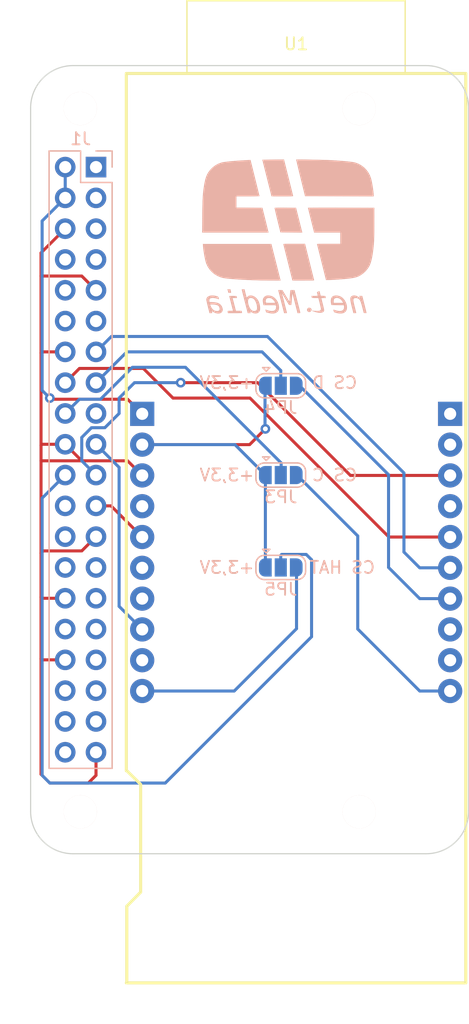
<source format=kicad_pcb>
(kicad_pcb (version 20171130) (host pcbnew 5.1.10)

  (general
    (thickness 1.6)
    (drawings 14)
    (tracks 113)
    (zones 0)
    (modules 7)
    (nets 46)
  )

  (page A4)
  (title_block
    (title "ESP32-PoE TF Zero HAT Adapter")
    (date 2021-09-06)
    (rev 1)
    (company "net.Media SR e.U.")
  )

  (layers
    (0 F.Cu signal)
    (31 B.Cu signal)
    (32 B.Adhes user)
    (33 F.Adhes user)
    (34 B.Paste user)
    (35 F.Paste user)
    (36 B.SilkS user)
    (37 F.SilkS user)
    (38 B.Mask user)
    (39 F.Mask user)
    (40 Dwgs.User user)
    (41 Cmts.User user)
    (42 Eco1.User user)
    (43 Eco2.User user)
    (44 Edge.Cuts user)
    (45 Margin user)
    (46 B.CrtYd user)
    (47 F.CrtYd user)
    (48 B.Fab user)
    (49 F.Fab user)
  )

  (setup
    (last_trace_width 0.25)
    (trace_clearance 0.2)
    (zone_clearance 0.508)
    (zone_45_only no)
    (trace_min 0.2)
    (via_size 0.8)
    (via_drill 0.4)
    (via_min_size 0.4)
    (via_min_drill 0.3)
    (uvia_size 0.3)
    (uvia_drill 0.1)
    (uvias_allowed no)
    (uvia_min_size 0.2)
    (uvia_min_drill 0.1)
    (edge_width 0.05)
    (segment_width 0.2)
    (pcb_text_width 0.3)
    (pcb_text_size 1.5 1.5)
    (mod_edge_width 0.12)
    (mod_text_size 1 1)
    (mod_text_width 0.15)
    (pad_size 1.524 1.524)
    (pad_drill 0.762)
    (pad_to_mask_clearance 0)
    (aux_axis_origin 0 0)
    (visible_elements FFFFFF7F)
    (pcbplotparams
      (layerselection 0x010fc_ffffffff)
      (usegerberextensions false)
      (usegerberattributes true)
      (usegerberadvancedattributes true)
      (creategerberjobfile true)
      (excludeedgelayer true)
      (linewidth 0.100000)
      (plotframeref false)
      (viasonmask false)
      (mode 1)
      (useauxorigin false)
      (hpglpennumber 1)
      (hpglpenspeed 20)
      (hpglpendiameter 15.000000)
      (psnegative false)
      (psa4output false)
      (plotreference true)
      (plotvalue true)
      (plotinvisibletext false)
      (padsonsilk false)
      (subtractmaskfromsilk false)
      (outputformat 1)
      (mirror false)
      (drillshape 1)
      (scaleselection 1)
      (outputdirectory ""))
  )

  (net 0 "")
  (net 1 GND)
  (net 2 "Net-(J1-Pad37)")
  (net 3 "Net-(J1-Pad32)")
  (net 4 "Net-(J1-Pad31)")
  (net 5 "Net-(J1-Pad29)")
  (net 6 "Net-(J1-Pad28)")
  (net 7 "Net-(J1-Pad27)")
  (net 8 "Net-(J1-Pad26)")
  (net 9 "Net-(J1-Pad24)")
  (net 10 "Net-(J1-Pad22)")
  (net 11 "Net-(J1-Pad18)")
  (net 12 "Net-(J1-Pad17)")
  (net 13 "Net-(J1-Pad15)")
  (net 14 "Net-(J1-Pad12)")
  (net 15 "Net-(J1-Pad11)")
  (net 16 "Net-(J1-Pad10)")
  (net 17 "Net-(J1-Pad8)")
  (net 18 "Net-(J1-Pad7)")
  (net 19 "Net-(J1-Pad5)")
  (net 20 +5V)
  (net 21 "Net-(J1-Pad3)")
  (net 22 "Net-(J1-Pad1)")
  (net 23 "Net-(U1-Pad7)")
  (net 24 "Net-(U1-Pad9)")
  (net 25 "Net-(U1-Pad4)")
  (net 26 "Net-(U1-Pad19)")
  (net 27 "Net-(U1-Pad18)")
  (net 28 "Net-(U1-Pad14)")
  (net 29 "Net-(U1-Pad12)")
  (net 30 "Net-(U1-Pad11)")
  (net 31 CLK)
  (net 32 MOSI)
  (net 33 MISO)
  (net 34 +3V3)
  (net 35 CS_A)
  (net 36 CS_B)
  (net 37 CS_C)
  (net 38 CS_D)
  (net 39 CS_E)
  (net 40 "Net-(U1-Pad6)")
  (net 41 "Net-(J1-Pad40)")
  (net 42 "Net-(J1-Pad38)")
  (net 43 "Net-(J1-Pad36)")
  (net 44 "Net-(J1-Pad35)")
  (net 45 "Net-(J1-Pad33)")

  (net_class Default "This is the default net class."
    (clearance 0.2)
    (trace_width 0.25)
    (via_dia 0.8)
    (via_drill 0.4)
    (uvia_dia 0.3)
    (uvia_drill 0.1)
    (add_net +3V3)
    (add_net +5V)
    (add_net CLK)
    (add_net CS_A)
    (add_net CS_B)
    (add_net CS_C)
    (add_net CS_D)
    (add_net CS_E)
    (add_net GND)
    (add_net MISO)
    (add_net MOSI)
    (add_net "Net-(J1-Pad1)")
    (add_net "Net-(J1-Pad10)")
    (add_net "Net-(J1-Pad11)")
    (add_net "Net-(J1-Pad12)")
    (add_net "Net-(J1-Pad15)")
    (add_net "Net-(J1-Pad17)")
    (add_net "Net-(J1-Pad18)")
    (add_net "Net-(J1-Pad22)")
    (add_net "Net-(J1-Pad24)")
    (add_net "Net-(J1-Pad26)")
    (add_net "Net-(J1-Pad27)")
    (add_net "Net-(J1-Pad28)")
    (add_net "Net-(J1-Pad29)")
    (add_net "Net-(J1-Pad3)")
    (add_net "Net-(J1-Pad31)")
    (add_net "Net-(J1-Pad32)")
    (add_net "Net-(J1-Pad33)")
    (add_net "Net-(J1-Pad35)")
    (add_net "Net-(J1-Pad36)")
    (add_net "Net-(J1-Pad37)")
    (add_net "Net-(J1-Pad38)")
    (add_net "Net-(J1-Pad40)")
    (add_net "Net-(J1-Pad5)")
    (add_net "Net-(J1-Pad7)")
    (add_net "Net-(J1-Pad8)")
    (add_net "Net-(U1-Pad11)")
    (add_net "Net-(U1-Pad12)")
    (add_net "Net-(U1-Pad14)")
    (add_net "Net-(U1-Pad18)")
    (add_net "Net-(U1-Pad19)")
    (add_net "Net-(U1-Pad4)")
    (add_net "Net-(U1-Pad6)")
    (add_net "Net-(U1-Pad7)")
    (add_net "Net-(U1-Pad9)")
  )

  (module Jumper:SolderJumper-3_P1.3mm_Open_RoundedPad1.0x1.5mm (layer B.Cu) (tedit 5B391EB7) (tstamp 613B467A)
    (at 191.77 99.06)
    (descr "SMD Solder 3-pad Jumper, 1x1.5mm rounded Pads, 0.3mm gap, open")
    (tags "solder jumper open")
    (path /6139118B)
    (attr virtual)
    (fp_text reference JP5 (at 0 1.8) (layer B.SilkS)
      (effects (font (size 1 1) (thickness 0.15)) (justify mirror))
    )
    (fp_text value "CS E" (at 0 -1.9) (layer B.Fab)
      (effects (font (size 1 1) (thickness 0.15)) (justify mirror))
    )
    (fp_arc (start -1.35 0.3) (end -1.35 1) (angle 90) (layer B.SilkS) (width 0.12))
    (fp_arc (start -1.35 -0.3) (end -2.05 -0.3) (angle 90) (layer B.SilkS) (width 0.12))
    (fp_arc (start 1.35 -0.3) (end 1.35 -1) (angle 90) (layer B.SilkS) (width 0.12))
    (fp_arc (start 1.35 0.3) (end 2.05 0.3) (angle 90) (layer B.SilkS) (width 0.12))
    (fp_line (start -1.2 -1.2) (end -0.9 -1.5) (layer B.SilkS) (width 0.12))
    (fp_line (start -1.5 -1.5) (end -0.9 -1.5) (layer B.SilkS) (width 0.12))
    (fp_line (start -1.2 -1.2) (end -1.5 -1.5) (layer B.SilkS) (width 0.12))
    (fp_line (start -2.05 -0.3) (end -2.05 0.3) (layer B.SilkS) (width 0.12))
    (fp_line (start 1.4 -1) (end -1.4 -1) (layer B.SilkS) (width 0.12))
    (fp_line (start 2.05 0.3) (end 2.05 -0.3) (layer B.SilkS) (width 0.12))
    (fp_line (start -1.4 1) (end 1.4 1) (layer B.SilkS) (width 0.12))
    (fp_line (start -2.3 1.25) (end 2.3 1.25) (layer B.CrtYd) (width 0.05))
    (fp_line (start -2.3 1.25) (end -2.3 -1.25) (layer B.CrtYd) (width 0.05))
    (fp_line (start 2.3 -1.25) (end 2.3 1.25) (layer B.CrtYd) (width 0.05))
    (fp_line (start 2.3 -1.25) (end -2.3 -1.25) (layer B.CrtYd) (width 0.05))
    (pad 2 smd rect (at 0 0) (size 1 1.5) (layers B.Cu B.Mask)
      (net 10 "Net-(J1-Pad22)"))
    (pad 3 smd custom (at 1.3 0) (size 1 0.5) (layers B.Cu B.Mask)
      (net 39 CS_E) (zone_connect 2)
      (options (clearance outline) (anchor rect))
      (primitives
        (gr_circle (center 0 -0.25) (end 0.5 -0.25) (width 0))
        (gr_circle (center 0 0.25) (end 0.5 0.25) (width 0))
        (gr_poly (pts
           (xy -0.55 0.75) (xy 0 0.75) (xy 0 -0.75) (xy -0.55 -0.75)) (width 0))
      ))
    (pad 1 smd custom (at -1.3 0) (size 1 0.5) (layers B.Cu B.Mask)
      (net 34 +3V3) (zone_connect 2)
      (options (clearance outline) (anchor rect))
      (primitives
        (gr_circle (center 0 -0.25) (end 0.5 -0.25) (width 0))
        (gr_circle (center 0 0.25) (end 0.5 0.25) (width 0))
        (gr_poly (pts
           (xy 0.55 0.75) (xy 0 0.75) (xy 0 -0.75) (xy 0.55 -0.75)) (width 0))
      ))
  )

  (module Jumper:SolderJumper-3_P1.3mm_Open_RoundedPad1.0x1.5mm (layer B.Cu) (tedit 5B391EB7) (tstamp 613B4664)
    (at 191.77 84.074)
    (descr "SMD Solder 3-pad Jumper, 1x1.5mm rounded Pads, 0.3mm gap, open")
    (tags "solder jumper open")
    (path /61386BEF)
    (attr virtual)
    (fp_text reference JP4 (at 0 1.8) (layer B.SilkS)
      (effects (font (size 1 1) (thickness 0.15)) (justify mirror))
    )
    (fp_text value "CS D" (at 0 -1.9) (layer B.Fab)
      (effects (font (size 1 1) (thickness 0.15)) (justify mirror))
    )
    (fp_arc (start -1.35 0.3) (end -1.35 1) (angle 90) (layer B.SilkS) (width 0.12))
    (fp_arc (start -1.35 -0.3) (end -2.05 -0.3) (angle 90) (layer B.SilkS) (width 0.12))
    (fp_arc (start 1.35 -0.3) (end 1.35 -1) (angle 90) (layer B.SilkS) (width 0.12))
    (fp_arc (start 1.35 0.3) (end 2.05 0.3) (angle 90) (layer B.SilkS) (width 0.12))
    (fp_line (start -1.2 -1.2) (end -0.9 -1.5) (layer B.SilkS) (width 0.12))
    (fp_line (start -1.5 -1.5) (end -0.9 -1.5) (layer B.SilkS) (width 0.12))
    (fp_line (start -1.2 -1.2) (end -1.5 -1.5) (layer B.SilkS) (width 0.12))
    (fp_line (start -2.05 -0.3) (end -2.05 0.3) (layer B.SilkS) (width 0.12))
    (fp_line (start 1.4 -1) (end -1.4 -1) (layer B.SilkS) (width 0.12))
    (fp_line (start 2.05 0.3) (end 2.05 -0.3) (layer B.SilkS) (width 0.12))
    (fp_line (start -1.4 1) (end 1.4 1) (layer B.SilkS) (width 0.12))
    (fp_line (start -2.3 1.25) (end 2.3 1.25) (layer B.CrtYd) (width 0.05))
    (fp_line (start -2.3 1.25) (end -2.3 -1.25) (layer B.CrtYd) (width 0.05))
    (fp_line (start 2.3 -1.25) (end 2.3 1.25) (layer B.CrtYd) (width 0.05))
    (fp_line (start 2.3 -1.25) (end -2.3 -1.25) (layer B.CrtYd) (width 0.05))
    (pad 2 smd rect (at 0 0) (size 1 1.5) (layers B.Cu B.Mask)
      (net 13 "Net-(J1-Pad15)"))
    (pad 3 smd custom (at 1.3 0) (size 1 0.5) (layers B.Cu B.Mask)
      (net 38 CS_D) (zone_connect 2)
      (options (clearance outline) (anchor rect))
      (primitives
        (gr_circle (center 0 -0.25) (end 0.5 -0.25) (width 0))
        (gr_circle (center 0 0.25) (end 0.5 0.25) (width 0))
        (gr_poly (pts
           (xy -0.55 0.75) (xy 0 0.75) (xy 0 -0.75) (xy -0.55 -0.75)) (width 0))
      ))
    (pad 1 smd custom (at -1.3 0) (size 1 0.5) (layers B.Cu B.Mask)
      (net 34 +3V3) (zone_connect 2)
      (options (clearance outline) (anchor rect))
      (primitives
        (gr_circle (center 0 -0.25) (end 0.5 -0.25) (width 0))
        (gr_circle (center 0 0.25) (end 0.5 0.25) (width 0))
        (gr_poly (pts
           (xy 0.55 0.75) (xy 0 0.75) (xy 0 -0.75) (xy 0.55 -0.75)) (width 0))
      ))
  )

  (module Jumper:SolderJumper-3_P1.3mm_Open_RoundedPad1.0x1.5mm (layer B.Cu) (tedit 5B391EB7) (tstamp 613B464E)
    (at 191.77 91.44)
    (descr "SMD Solder 3-pad Jumper, 1x1.5mm rounded Pads, 0.3mm gap, open")
    (tags "solder jumper open")
    (path /6138613C)
    (attr virtual)
    (fp_text reference JP3 (at 0 1.8) (layer B.SilkS)
      (effects (font (size 1 1) (thickness 0.15)) (justify mirror))
    )
    (fp_text value "CS C" (at 0 -1.9) (layer B.Fab)
      (effects (font (size 1 1) (thickness 0.15)) (justify mirror))
    )
    (fp_arc (start -1.35 0.3) (end -1.35 1) (angle 90) (layer B.SilkS) (width 0.12))
    (fp_arc (start -1.35 -0.3) (end -2.05 -0.3) (angle 90) (layer B.SilkS) (width 0.12))
    (fp_arc (start 1.35 -0.3) (end 1.35 -1) (angle 90) (layer B.SilkS) (width 0.12))
    (fp_arc (start 1.35 0.3) (end 2.05 0.3) (angle 90) (layer B.SilkS) (width 0.12))
    (fp_line (start -1.2 -1.2) (end -0.9 -1.5) (layer B.SilkS) (width 0.12))
    (fp_line (start -1.5 -1.5) (end -0.9 -1.5) (layer B.SilkS) (width 0.12))
    (fp_line (start -1.2 -1.2) (end -1.5 -1.5) (layer B.SilkS) (width 0.12))
    (fp_line (start -2.05 -0.3) (end -2.05 0.3) (layer B.SilkS) (width 0.12))
    (fp_line (start 1.4 -1) (end -1.4 -1) (layer B.SilkS) (width 0.12))
    (fp_line (start 2.05 0.3) (end 2.05 -0.3) (layer B.SilkS) (width 0.12))
    (fp_line (start -1.4 1) (end 1.4 1) (layer B.SilkS) (width 0.12))
    (fp_line (start -2.3 1.25) (end 2.3 1.25) (layer B.CrtYd) (width 0.05))
    (fp_line (start -2.3 1.25) (end -2.3 -1.25) (layer B.CrtYd) (width 0.05))
    (fp_line (start 2.3 -1.25) (end 2.3 1.25) (layer B.CrtYd) (width 0.05))
    (fp_line (start 2.3 -1.25) (end -2.3 -1.25) (layer B.CrtYd) (width 0.05))
    (pad 2 smd rect (at 0 0) (size 1 1.5) (layers B.Cu B.Mask)
      (net 11 "Net-(J1-Pad18)"))
    (pad 3 smd custom (at 1.3 0) (size 1 0.5) (layers B.Cu B.Mask)
      (net 37 CS_C) (zone_connect 2)
      (options (clearance outline) (anchor rect))
      (primitives
        (gr_circle (center 0 -0.25) (end 0.5 -0.25) (width 0))
        (gr_circle (center 0 0.25) (end 0.5 0.25) (width 0))
        (gr_poly (pts
           (xy -0.55 0.75) (xy 0 0.75) (xy 0 -0.75) (xy -0.55 -0.75)) (width 0))
      ))
    (pad 1 smd custom (at -1.3 0) (size 1 0.5) (layers B.Cu B.Mask)
      (net 34 +3V3) (zone_connect 2)
      (options (clearance outline) (anchor rect))
      (primitives
        (gr_circle (center 0 -0.25) (end 0.5 -0.25) (width 0))
        (gr_circle (center 0 0.25) (end 0.5 0.25) (width 0))
        (gr_poly (pts
           (xy 0.55 0.75) (xy 0 0.75) (xy 0 -0.75) (xy 0.55 -0.75)) (width 0))
      ))
  )

  (module Connector_PinHeader_2.54mm:PinHeader_2x20_P2.54mm_Vertical (layer B.Cu) (tedit 59FED5CC) (tstamp 6136C575)
    (at 176.53 66.04 180)
    (descr "Through hole straight pin header, 2x20, 2.54mm pitch, double rows")
    (tags "Through hole pin header THT 2x20 2.54mm double row")
    (path /6136C324)
    (fp_text reference J1 (at 1.27 2.33) (layer B.SilkS)
      (effects (font (size 1 1) (thickness 0.15)) (justify mirror))
    )
    (fp_text value Raspberry_Pi_2_3 (at 1.27 -50.59) (layer B.Fab)
      (effects (font (size 1 1) (thickness 0.15)) (justify mirror))
    )
    (fp_line (start 0 1.27) (end 3.81 1.27) (layer B.Fab) (width 0.1))
    (fp_line (start 3.81 1.27) (end 3.81 -49.53) (layer B.Fab) (width 0.1))
    (fp_line (start 3.81 -49.53) (end -1.27 -49.53) (layer B.Fab) (width 0.1))
    (fp_line (start -1.27 -49.53) (end -1.27 0) (layer B.Fab) (width 0.1))
    (fp_line (start -1.27 0) (end 0 1.27) (layer B.Fab) (width 0.1))
    (fp_line (start -1.33 -49.59) (end 3.87 -49.59) (layer B.SilkS) (width 0.12))
    (fp_line (start -1.33 -1.27) (end -1.33 -49.59) (layer B.SilkS) (width 0.12))
    (fp_line (start 3.87 1.33) (end 3.87 -49.59) (layer B.SilkS) (width 0.12))
    (fp_line (start -1.33 -1.27) (end 1.27 -1.27) (layer B.SilkS) (width 0.12))
    (fp_line (start 1.27 -1.27) (end 1.27 1.33) (layer B.SilkS) (width 0.12))
    (fp_line (start 1.27 1.33) (end 3.87 1.33) (layer B.SilkS) (width 0.12))
    (fp_line (start -1.33 0) (end -1.33 1.33) (layer B.SilkS) (width 0.12))
    (fp_line (start -1.33 1.33) (end 0 1.33) (layer B.SilkS) (width 0.12))
    (fp_line (start -1.8 1.8) (end -1.8 -50.05) (layer B.CrtYd) (width 0.05))
    (fp_line (start -1.8 -50.05) (end 4.35 -50.05) (layer B.CrtYd) (width 0.05))
    (fp_line (start 4.35 -50.05) (end 4.35 1.8) (layer B.CrtYd) (width 0.05))
    (fp_line (start 4.35 1.8) (end -1.8 1.8) (layer B.CrtYd) (width 0.05))
    (fp_text user %R (at 1.27 -24.13 270) (layer B.Fab)
      (effects (font (size 1 1) (thickness 0.15)) (justify mirror))
    )
    (pad 40 thru_hole oval (at 2.54 -48.26 180) (size 1.7 1.7) (drill 1) (layers *.Cu *.Mask)
      (net 41 "Net-(J1-Pad40)"))
    (pad 39 thru_hole oval (at 0 -48.26 180) (size 1.7 1.7) (drill 1) (layers *.Cu *.Mask)
      (net 1 GND))
    (pad 38 thru_hole oval (at 2.54 -45.72 180) (size 1.7 1.7) (drill 1) (layers *.Cu *.Mask)
      (net 42 "Net-(J1-Pad38)"))
    (pad 37 thru_hole oval (at 0 -45.72 180) (size 1.7 1.7) (drill 1) (layers *.Cu *.Mask)
      (net 2 "Net-(J1-Pad37)"))
    (pad 36 thru_hole oval (at 2.54 -43.18 180) (size 1.7 1.7) (drill 1) (layers *.Cu *.Mask)
      (net 43 "Net-(J1-Pad36)"))
    (pad 35 thru_hole oval (at 0 -43.18 180) (size 1.7 1.7) (drill 1) (layers *.Cu *.Mask)
      (net 44 "Net-(J1-Pad35)"))
    (pad 34 thru_hole oval (at 2.54 -40.64 180) (size 1.7 1.7) (drill 1) (layers *.Cu *.Mask)
      (net 1 GND))
    (pad 33 thru_hole oval (at 0 -40.64 180) (size 1.7 1.7) (drill 1) (layers *.Cu *.Mask)
      (net 45 "Net-(J1-Pad33)"))
    (pad 32 thru_hole oval (at 2.54 -38.1 180) (size 1.7 1.7) (drill 1) (layers *.Cu *.Mask)
      (net 3 "Net-(J1-Pad32)"))
    (pad 31 thru_hole oval (at 0 -38.1 180) (size 1.7 1.7) (drill 1) (layers *.Cu *.Mask)
      (net 4 "Net-(J1-Pad31)"))
    (pad 30 thru_hole oval (at 2.54 -35.56 180) (size 1.7 1.7) (drill 1) (layers *.Cu *.Mask)
      (net 1 GND))
    (pad 29 thru_hole oval (at 0 -35.56 180) (size 1.7 1.7) (drill 1) (layers *.Cu *.Mask)
      (net 5 "Net-(J1-Pad29)"))
    (pad 28 thru_hole oval (at 2.54 -33.02 180) (size 1.7 1.7) (drill 1) (layers *.Cu *.Mask)
      (net 6 "Net-(J1-Pad28)"))
    (pad 27 thru_hole oval (at 0 -33.02 180) (size 1.7 1.7) (drill 1) (layers *.Cu *.Mask)
      (net 7 "Net-(J1-Pad27)"))
    (pad 26 thru_hole oval (at 2.54 -30.48 180) (size 1.7 1.7) (drill 1) (layers *.Cu *.Mask)
      (net 8 "Net-(J1-Pad26)"))
    (pad 25 thru_hole oval (at 0 -30.48 180) (size 1.7 1.7) (drill 1) (layers *.Cu *.Mask)
      (net 1 GND))
    (pad 24 thru_hole oval (at 2.54 -27.94 180) (size 1.7 1.7) (drill 1) (layers *.Cu *.Mask)
      (net 9 "Net-(J1-Pad24)"))
    (pad 23 thru_hole oval (at 0 -27.94 180) (size 1.7 1.7) (drill 1) (layers *.Cu *.Mask)
      (net 31 CLK))
    (pad 22 thru_hole oval (at 2.54 -25.4 180) (size 1.7 1.7) (drill 1) (layers *.Cu *.Mask)
      (net 10 "Net-(J1-Pad22)"))
    (pad 21 thru_hole oval (at 0 -25.4 180) (size 1.7 1.7) (drill 1) (layers *.Cu *.Mask)
      (net 33 MISO))
    (pad 20 thru_hole oval (at 2.54 -22.86 180) (size 1.7 1.7) (drill 1) (layers *.Cu *.Mask)
      (net 1 GND))
    (pad 19 thru_hole oval (at 0 -22.86 180) (size 1.7 1.7) (drill 1) (layers *.Cu *.Mask)
      (net 32 MOSI))
    (pad 18 thru_hole oval (at 2.54 -20.32 180) (size 1.7 1.7) (drill 1) (layers *.Cu *.Mask)
      (net 11 "Net-(J1-Pad18)"))
    (pad 17 thru_hole oval (at 0 -20.32 180) (size 1.7 1.7) (drill 1) (layers *.Cu *.Mask)
      (net 12 "Net-(J1-Pad17)"))
    (pad 16 thru_hole oval (at 2.54 -17.78 180) (size 1.7 1.7) (drill 1) (layers *.Cu *.Mask)
      (net 36 CS_B))
    (pad 15 thru_hole oval (at 0 -17.78 180) (size 1.7 1.7) (drill 1) (layers *.Cu *.Mask)
      (net 13 "Net-(J1-Pad15)"))
    (pad 14 thru_hole oval (at 2.54 -15.24 180) (size 1.7 1.7) (drill 1) (layers *.Cu *.Mask)
      (net 1 GND))
    (pad 13 thru_hole oval (at 0 -15.24 180) (size 1.7 1.7) (drill 1) (layers *.Cu *.Mask)
      (net 35 CS_A))
    (pad 12 thru_hole oval (at 2.54 -12.7 180) (size 1.7 1.7) (drill 1) (layers *.Cu *.Mask)
      (net 14 "Net-(J1-Pad12)"))
    (pad 11 thru_hole oval (at 0 -12.7 180) (size 1.7 1.7) (drill 1) (layers *.Cu *.Mask)
      (net 15 "Net-(J1-Pad11)"))
    (pad 10 thru_hole oval (at 2.54 -10.16 180) (size 1.7 1.7) (drill 1) (layers *.Cu *.Mask)
      (net 16 "Net-(J1-Pad10)"))
    (pad 9 thru_hole oval (at 0 -10.16 180) (size 1.7 1.7) (drill 1) (layers *.Cu *.Mask)
      (net 1 GND))
    (pad 8 thru_hole oval (at 2.54 -7.62 180) (size 1.7 1.7) (drill 1) (layers *.Cu *.Mask)
      (net 17 "Net-(J1-Pad8)"))
    (pad 7 thru_hole oval (at 0 -7.62 180) (size 1.7 1.7) (drill 1) (layers *.Cu *.Mask)
      (net 18 "Net-(J1-Pad7)"))
    (pad 6 thru_hole oval (at 2.54 -5.08 180) (size 1.7 1.7) (drill 1) (layers *.Cu *.Mask)
      (net 1 GND))
    (pad 5 thru_hole oval (at 0 -5.08 180) (size 1.7 1.7) (drill 1) (layers *.Cu *.Mask)
      (net 19 "Net-(J1-Pad5)"))
    (pad 4 thru_hole oval (at 2.54 -2.54 180) (size 1.7 1.7) (drill 1) (layers *.Cu *.Mask)
      (net 20 +5V))
    (pad 3 thru_hole oval (at 0 -2.54 180) (size 1.7 1.7) (drill 1) (layers *.Cu *.Mask)
      (net 21 "Net-(J1-Pad3)"))
    (pad 2 thru_hole oval (at 2.54 0 180) (size 1.7 1.7) (drill 1) (layers *.Cu *.Mask)
      (net 20 +5V))
    (pad 1 thru_hole rect (at 0 0 180) (size 1.7 1.7) (drill 1) (layers *.Cu *.Mask)
      (net 22 "Net-(J1-Pad1)"))
    (model ${KISYS3DMOD}/Connector_PinHeader_2.54mm.3dshapes/PinHeader_2x20_P2.54mm_Vertical.wrl
      (at (xyz 0 0 0))
      (scale (xyz 1 1 1))
      (rotate (xyz 0 0 0))
    )
  )

  (module "#netMediaOnline:NetMedia15mm" (layer B.Cu) (tedit 0) (tstamp 613B3F19)
    (at 192.405 71.755 180)
    (fp_text reference G*** (at 0 0) (layer B.SilkS) hide
      (effects (font (size 1.524 1.524) (thickness 0.3)) (justify mirror))
    )
    (fp_text value LOGO (at 0.75 0) (layer B.SilkS) hide
      (effects (font (size 1.524 1.524) (thickness 0.3)) (justify mirror))
    )
    (fp_poly (pts (xy 1.259416 6.332106) (xy 1.448982 6.330455) (xy 1.624935 6.328743) (xy 1.782875 6.327027)
      (xy 1.9184 6.325364) (xy 2.027111 6.323808) (xy 2.104606 6.322417) (xy 2.146484 6.321245)
      (xy 2.15273 6.320737) (xy 2.148376 6.300083) (xy 2.134418 6.241617) (xy 2.111658 6.148561)
      (xy 2.0809 6.024136) (xy 2.042948 5.871565) (xy 1.998603 5.69407) (xy 1.94867 5.494872)
      (xy 1.893952 5.277193) (xy 1.835252 5.044255) (xy 1.777255 4.814631) (xy 1.715478 4.570247)
      (xy 1.656815 4.338072) (xy 1.602081 4.121332) (xy 1.552088 3.923253) (xy 1.507651 3.74706)
      (xy 1.469581 3.595981) (xy 1.438693 3.473241) (xy 1.415799 3.382067) (xy 1.401714 3.325684)
      (xy 1.397233 3.307292) (xy 1.376744 3.306165) (xy 1.318296 3.30512) (xy 1.226263 3.304183)
      (xy 1.10502 3.30338) (xy 0.95894 3.302737) (xy 0.792398 3.30228) (xy 0.609767 3.302035)
      (xy 0.508 3.302) (xy 0.290434 3.30209) (xy 0.111467 3.302461) (xy -0.032636 3.303271)
      (xy -0.14561 3.304675) (xy -0.23119 3.306829) (xy -0.293111 3.309889) (xy -0.335107 3.314012)
      (xy -0.360912 3.319352) (xy -0.374262 3.326067) (xy -0.378892 3.334311) (xy -0.379104 3.339042)
      (xy -0.373724 3.365211) (xy -0.358772 3.429074) (xy -0.335073 3.527292) (xy -0.303456 3.656522)
      (xy -0.264745 3.813423) (xy -0.219768 3.994655) (xy -0.169351 4.196876) (xy -0.114321 4.416744)
      (xy -0.055505 4.650919) (xy -0.003395 4.85775) (xy 0.370416 6.339417) (xy 1.259416 6.332106)) (layer B.SilkS) (width 0.01))
    (fp_poly (pts (xy -0.729108 6.341481) (xy -0.664587 6.340463) (xy -0.637763 6.338462) (xy -0.637333 6.338222)
      (xy -0.640559 6.316477) (xy -0.653206 6.256885) (xy -0.674504 6.162685) (xy -0.703684 6.037119)
      (xy -0.739975 5.883427) (xy -0.782609 5.70485) (xy -0.830816 5.504628) (xy -0.883825 5.286002)
      (xy -0.940869 5.052213) (xy -0.997816 4.820158) (xy -1.368788 3.312584) (xy -4.198061 3.307215)
      (xy -7.027334 3.301847) (xy -7.027334 3.393095) (xy -7.022901 3.495977) (xy -7.010498 3.631481)
      (xy -6.991473 3.790934) (xy -6.967172 3.965663) (xy -6.938941 4.146994) (xy -6.908126 4.326254)
      (xy -6.876073 4.49477) (xy -6.84413 4.643868) (xy -6.815334 4.758825) (xy -6.720747 5.022956)
      (xy -6.590602 5.267445) (xy -6.428082 5.489111) (xy -6.236371 5.684775) (xy -6.018652 5.851254)
      (xy -5.778109 5.985369) (xy -5.517924 6.083939) (xy -5.47769 6.095382) (xy -5.38783 6.114905)
      (xy -5.25942 6.135456) (xy -5.096221 6.156683) (xy -4.901994 6.178231) (xy -4.680498 6.199748)
      (xy -4.435495 6.220878) (xy -4.170747 6.241269) (xy -3.890012 6.260566) (xy -3.597053 6.278417)
      (xy -3.439584 6.287092) (xy -3.346688 6.291305) (xy -3.223869 6.295769) (xy -3.075351 6.300407)
      (xy -2.905362 6.305143) (xy -2.718128 6.309899) (xy -2.517875 6.314597) (xy -2.308829 6.319162)
      (xy -2.095218 6.323515) (xy -1.881267 6.32758) (xy -1.671202 6.331279) (xy -1.46925 6.334536)
      (xy -1.279638 6.337273) (xy -1.106591 6.339413) (xy -0.954336 6.340879) (xy -0.8271 6.341595)
      (xy -0.729108 6.341481)) (layer B.SilkS) (width 0.01))
    (fp_poly (pts (xy 3.318057 6.293425) (xy 3.676455 6.273689) (xy 4.012072 6.252659) (xy 4.322519 6.230561)
      (xy 4.605407 6.20762) (xy 4.858348 6.184062) (xy 5.078953 6.160111) (xy 5.264834 6.135994)
      (xy 5.413604 6.111936) (xy 5.522873 6.088163) (xy 5.538534 6.083824) (xy 5.794373 5.990308)
      (xy 6.026786 5.863765) (xy 6.240741 5.70116) (xy 6.372465 5.574486) (xy 6.489127 5.443814)
      (xy 6.589595 5.310678) (xy 6.675877 5.169898) (xy 6.749982 5.016295) (xy 6.813919 4.844689)
      (xy 6.869695 4.649901) (xy 6.919318 4.426752) (xy 6.964798 4.170063) (xy 6.995087 3.96875)
      (xy 7.01425 3.827269) (xy 7.030947 3.688275) (xy 7.04538 3.54753) (xy 7.057751 3.400794)
      (xy 7.068262 3.243828) (xy 7.077116 3.072391) (xy 7.084515 2.882246) (xy 7.090661 2.669151)
      (xy 7.095757 2.428867) (xy 7.100006 2.157156) (xy 7.103608 1.849776) (xy 7.105457 1.656292)
      (xy 7.117414 0.3175) (xy 1.647636 0.3175) (xy 1.662553 0.385418) (xy 1.670603 0.419495)
      (xy 1.687759 0.49023) (xy 1.712931 0.593193) (xy 1.745031 0.723954) (xy 1.78297 0.878083)
      (xy 1.825659 1.05115) (xy 1.872009 1.238725) (xy 1.913583 1.40671) (xy 2.149696 2.360084)
      (xy 3.223264 2.365569) (xy 4.296833 2.371055) (xy 4.296833 3.302) (xy 3.344333 3.302)
      (xy 3.148102 3.302361) (xy 2.965502 3.303392) (xy 2.800759 3.30502) (xy 2.658096 3.30717)
      (xy 2.541738 3.309768) (xy 2.455909 3.312739) (xy 2.404833 3.31601) (xy 2.391833 3.318771)
      (xy 2.396786 3.340914) (xy 2.410984 3.400122) (xy 2.43343 3.492383) (xy 2.463132 3.613685)
      (xy 2.499095 3.760016) (xy 2.540324 3.927365) (xy 2.585826 4.11172) (xy 2.634604 4.309068)
      (xy 2.685666 4.515399) (xy 2.738017 4.7267) (xy 2.790662 4.93896) (xy 2.842608 5.148166)
      (xy 2.892859 5.350308) (xy 2.940421 5.541372) (xy 2.9843 5.717348) (xy 3.023502 5.874223)
      (xy 3.057032 6.007986) (xy 3.083895 6.114625) (xy 3.103098 6.190128) (xy 3.112417 6.225938)
      (xy 3.13303 6.30296) (xy 3.318057 6.293425)) (layer B.SilkS) (width 0.01))
    (fp_poly (pts (xy 0.774476 2.36574) (xy 0.909877 2.364352) (xy 1.018527 2.362337) (xy 1.095931 2.35975)
      (xy 1.137595 2.356643) (xy 1.143542 2.35503) (xy 1.141348 2.331889) (xy 1.129797 2.271694)
      (xy 1.10981 2.178457) (xy 1.082304 2.056192) (xy 1.048199 1.908912) (xy 1.008414 1.740629)
      (xy 0.963867 1.555358) (xy 0.915477 1.35711) (xy 0.909667 1.3335) (xy 0.662073 0.328084)
      (xy -0.23804 0.322567) (xy -1.138152 0.31705) (xy -0.881285 1.338567) (xy -0.624417 2.360084)
      (xy 0.252703 2.365614) (xy 0.441395 2.366425) (xy 0.616817 2.366449) (xy 0.774476 2.36574)) (layer B.SilkS) (width 0.01))
    (fp_poly (pts (xy -2.805327 2.366553) (xy -2.553141 2.366262) (xy -2.325319 2.365813) (xy -2.124352 2.365211)
      (xy -1.952733 2.364461) (xy -1.812955 2.363569) (xy -1.70751 2.362538) (xy -1.638891 2.361376)
      (xy -1.609591 2.360086) (xy -1.608667 2.3598) (xy -1.613606 2.338141) (xy -1.627615 2.280291)
      (xy -1.649481 2.191124) (xy -1.677988 2.075514) (xy -1.711926 1.938336) (xy -1.750079 1.784464)
      (xy -1.791235 1.618773) (xy -1.834179 1.446135) (xy -1.8777 1.271427) (xy -1.920582 1.099522)
      (xy -1.961613 0.935294) (xy -1.99958 0.783617) (xy -2.033268 0.649367) (xy -2.061465 0.537417)
      (xy -2.082957 0.452641) (xy -2.09653 0.399914) (xy -2.09733 0.396875) (xy -2.118299 0.3175)
      (xy -4.275667 0.3175) (xy -4.275667 -0.613833) (xy -3.311157 -0.613833) (xy -3.083879 -0.613909)
      (xy -2.895381 -0.614229) (xy -2.742111 -0.614932) (xy -2.620517 -0.616155) (xy -2.527045 -0.618037)
      (xy -2.458143 -0.620714) (xy -2.410259 -0.624327) (xy -2.37984 -0.629011) (xy -2.363334 -0.634907)
      (xy -2.357187 -0.642151) (xy -2.357846 -0.650875) (xy -2.36472 -0.677116) (xy -2.380988 -0.741055)
      (xy -2.405803 -0.839313) (xy -2.438317 -0.968512) (xy -2.477682 -1.125273) (xy -2.52305 -1.306219)
      (xy -2.573573 -1.50797) (xy -2.628404 -1.727148) (xy -2.686694 -1.960376) (xy -2.732332 -2.143125)
      (xy -3.095621 -3.598333) (xy -3.309936 -3.595292) (xy -3.422732 -3.59251) (xy -3.558289 -3.587395)
      (xy -3.697147 -3.580753) (xy -3.788834 -3.57544) (xy -4.118591 -3.553553) (xy -4.409279 -3.532115)
      (xy -4.66415 -3.510678) (xy -4.88646 -3.488789) (xy -5.079463 -3.465998) (xy -5.246411 -3.441856)
      (xy -5.39056 -3.41591) (xy -5.515163 -3.387711) (xy -5.623474 -3.356807) (xy -5.718748 -3.322749)
      (xy -5.769944 -3.30109) (xy -5.983825 -3.184434) (xy -6.188829 -3.033083) (xy -6.377016 -2.854665)
      (xy -6.540448 -2.656807) (xy -6.671185 -2.447138) (xy -6.683279 -2.423583) (xy -6.758261 -2.246885)
      (xy -6.826363 -2.029022) (xy -6.887609 -1.769874) (xy -6.942022 -1.469325) (xy -6.989626 -1.127257)
      (xy -7.030443 -0.743552) (xy -7.041628 -0.617246) (xy -7.049722 -0.512023) (xy -7.056601 -0.399782)
      (xy -7.062354 -0.276359) (xy -7.067072 -0.137588) (xy -7.070845 0.020694) (xy -7.073765 0.202653)
      (xy -7.075923 0.412452) (xy -7.077407 0.654258) (xy -7.078311 0.932233) (xy -7.078564 1.0795)
      (xy -7.08025 2.360084) (xy -4.344459 2.365455) (xy -4.007847 2.366032) (xy -3.683136 2.366426)
      (xy -3.372817 2.36664) (xy -3.079383 2.366681) (xy -2.805327 2.366553)) (layer B.SilkS) (width 0.01))
    (fp_poly (pts (xy 7.052565 -0.719666) (xy 7.038661 -0.891336) (xy 7.01696 -1.08186) (xy 6.988885 -1.283337)
      (xy 6.955858 -1.487864) (xy 6.919304 -1.687539) (xy 6.880644 -1.874461) (xy 6.841301 -2.040728)
      (xy 6.802699 -2.178436) (xy 6.775876 -2.256208) (xy 6.65726 -2.504278) (xy 6.504038 -2.731428)
      (xy 6.320141 -2.93426) (xy 6.1095 -3.109375) (xy 5.876046 -3.253376) (xy 5.62371 -3.362864)
      (xy 5.430932 -3.418793) (xy 5.312944 -3.441356) (xy 5.156386 -3.463706) (xy 4.96502 -3.485635)
      (xy 4.742608 -3.506937) (xy 4.492915 -3.527404) (xy 4.219703 -3.546828) (xy 3.926734 -3.565001)
      (xy 3.617772 -3.581715) (xy 3.296579 -3.596764) (xy 2.966918 -3.60994) (xy 2.632552 -3.621035)
      (xy 2.297244 -3.629841) (xy 1.964756 -3.636151) (xy 1.638851 -3.639757) (xy 1.411193 -3.640562)
      (xy 0.652803 -3.640666) (xy 0.665859 -3.581221) (xy 0.673123 -3.551183) (xy 0.689902 -3.483555)
      (xy 0.715328 -3.381789) (xy 0.748536 -3.249336) (xy 0.788656 -3.089646) (xy 0.834821 -2.90617)
      (xy 0.886164 -2.702359) (xy 0.941818 -2.481665) (xy 1.000914 -2.247538) (xy 1.044979 -2.073096)
      (xy 1.411042 -0.624416) (xy 7.058253 -0.624416) (xy 7.052565 -0.719666)) (layer B.SilkS) (width 0.01))
    (fp_poly (pts (xy -0.250881 -0.613917) (xy -0.070928 -0.614273) (xy 0.074063 -0.615053) (xy 0.187777 -0.616412)
      (xy 0.273899 -0.618503) (xy 0.336114 -0.62148) (xy 0.378109 -0.625497) (xy 0.403569 -0.630707)
      (xy 0.416178 -0.637264) (xy 0.419622 -0.645321) (xy 0.418839 -0.650875) (xy 0.412268 -0.677074)
      (xy 0.396281 -0.740994) (xy 0.371716 -0.839282) (xy 0.339409 -0.968588) (xy 0.300198 -1.125558)
      (xy 0.254921 -1.306841) (xy 0.204414 -1.509084) (xy 0.149515 -1.728936) (xy 0.091061 -1.963044)
      (xy 0.040816 -2.164291) (xy -0.327775 -3.640666) (xy -1.22469 -3.640666) (xy -1.443177 -3.640582)
      (xy -1.623016 -3.640226) (xy -1.767895 -3.639445) (xy -1.8815 -3.638085) (xy -1.967516 -3.635992)
      (xy -2.029631 -3.633012) (xy -2.071529 -3.628991) (xy -2.096899 -3.623776) (xy -2.109425 -3.617211)
      (xy -2.112794 -3.609145) (xy -2.111981 -3.603625) (xy -2.105391 -3.577421) (xy -2.089412 -3.513491)
      (xy -2.064879 -3.415187) (xy -2.032629 -3.285862) (xy -1.993496 -3.128868) (xy -1.948317 -2.947559)
      (xy -1.897927 -2.745288) (xy -1.843161 -2.525407) (xy -1.784856 -2.29127) (xy -1.734795 -2.090208)
      (xy -1.367234 -0.613833) (xy -0.469482 -0.613833) (xy -0.250881 -0.613917)) (layer B.SilkS) (width 0.01))
    (fp_poly (pts (xy 5.016433 -4.418541) (xy 4.998748 -4.477255) (xy 4.978795 -4.549732) (xy 4.974385 -4.566708)
      (xy 4.951368 -4.656666) (xy 4.849878 -4.656666) (xy 4.788183 -4.654539) (xy 4.746273 -4.649136)
      (xy 4.737288 -4.645566) (xy 4.736217 -4.620904) (xy 4.744151 -4.56706) (xy 4.758983 -4.497399)
      (xy 4.791779 -4.360333) (xy 5.035464 -4.360333) (xy 5.016433 -4.418541)) (layer B.SilkS) (width 0.01))
    (fp_poly (pts (xy -1.635749 -5.894839) (xy -1.579288 -5.937509) (xy -1.542672 -5.997443) (xy -1.53078 -6.066568)
      (xy -1.548494 -6.136808) (xy -1.600693 -6.200088) (xy -1.602563 -6.201575) (xy -1.679764 -6.239689)
      (xy -1.758227 -6.236256) (xy -1.833307 -6.191649) (xy -1.843129 -6.182294) (xy -1.893347 -6.108238)
      (xy -1.904468 -6.032138) (xy -1.878049 -5.962239) (xy -1.815644 -5.906791) (xy -1.788687 -5.893595)
      (xy -1.707176 -5.87751) (xy -1.635749 -5.894839)) (layer B.SilkS) (width 0.01))
    (fp_poly (pts (xy -2.531169 -4.517747) (xy -2.488005 -4.535746) (xy -2.435231 -4.559854) (xy -2.386949 -4.583616)
      (xy -2.357265 -4.600573) (xy -2.356381 -4.601234) (xy -2.358871 -4.621541) (xy -2.369052 -4.671558)
      (xy -2.382509 -4.730924) (xy -2.39843 -4.802481) (xy -2.409382 -4.859074) (xy -2.41267 -4.884208)
      (xy -2.401085 -4.896098) (xy -2.362775 -4.90413) (xy -2.292929 -4.9088) (xy -2.186737 -4.910604)
      (xy -2.156355 -4.910666) (xy -1.899709 -4.910666) (xy -1.912938 -4.976812) (xy -1.922241 -5.02871)
      (xy -1.926167 -5.061305) (xy -1.926167 -5.061479) (xy -1.946012 -5.068417) (xy -2.000267 -5.074171)
      (xy -2.081015 -5.0782) (xy -2.180338 -5.079964) (xy -2.197208 -5.08) (xy -2.468249 -5.08)
      (xy -2.580242 -5.520215) (xy -2.61319 -5.653291) (xy -2.641608 -5.774956) (xy -2.664036 -5.87838)
      (xy -2.679016 -5.956734) (xy -2.685088 -6.003187) (xy -2.684909 -6.010216) (xy -2.663366 -6.056755)
      (xy -2.621048 -6.101997) (xy -2.617823 -6.104459) (xy -2.586409 -6.124267) (xy -2.549702 -6.137154)
      (xy -2.498309 -6.144505) (xy -2.422835 -6.147705) (xy -2.32149 -6.148168) (xy -2.215805 -6.146451)
      (xy -2.116912 -6.142403) (xy -2.037845 -6.136685) (xy -2.00025 -6.131858) (xy -1.950915 -6.125161)
      (xy -1.940591 -6.130053) (xy -1.967796 -6.145778) (xy -2.03105 -6.171578) (xy -2.128871 -6.206696)
      (xy -2.182064 -6.224765) (xy -2.348723 -6.271188) (xy -2.50627 -6.297087) (xy -2.6465 -6.301747)
      (xy -2.761205 -6.284453) (xy -2.783417 -6.277182) (xy -2.874223 -6.227726) (xy -2.927417 -6.161366)
      (xy -2.942167 -6.091485) (xy -2.93707 -6.052874) (xy -2.922805 -5.980206) (xy -2.900907 -5.880381)
      (xy -2.872914 -5.760302) (xy -2.840361 -5.626867) (xy -2.82575 -5.568703) (xy -2.792108 -5.4353)
      (xy -2.762277 -5.315814) (xy -2.737744 -5.216293) (xy -2.719993 -5.142787) (xy -2.710512 -5.101347)
      (xy -2.709334 -5.094622) (xy -2.728889 -5.088057) (xy -2.781125 -5.083019) (xy -2.856393 -5.080279)
      (xy -2.891896 -5.08) (xy -3.074459 -5.08) (xy -3.06123 -5.013854) (xy -3.051937 -4.962249)
      (xy -3.048001 -4.930189) (xy -3.048 -4.929981) (xy -3.028388 -4.921661) (xy -2.975761 -4.91401)
      (xy -2.899437 -4.908162) (xy -2.852209 -4.906169) (xy -2.656417 -4.900083) (xy -2.606775 -4.709583)
      (xy -2.58449 -4.625897) (xy -2.565873 -4.559372) (xy -2.553612 -4.519449) (xy -2.550618 -4.512315)
      (xy -2.531169 -4.517747)) (layer B.SilkS) (width 0.01))
    (fp_poly (pts (xy 4.713181 -4.911051) (xy 4.794347 -4.91274) (xy 4.845496 -4.916534) (xy 4.872786 -4.923233)
      (xy 4.882372 -4.933639) (xy 4.880683 -4.947708) (xy 4.872432 -4.97757) (xy 4.855206 -5.042591)
      (xy 4.830529 -5.136919) (xy 4.799929 -5.254704) (xy 4.764929 -5.390094) (xy 4.730327 -5.5245)
      (xy 4.692653 -5.670874) (xy 4.65801 -5.805) (xy 4.627919 -5.921029) (xy 4.603901 -6.013108)
      (xy 4.587476 -6.075388) (xy 4.580394 -6.101291) (xy 4.578964 -6.117788) (xy 4.591321 -6.128528)
      (xy 4.624421 -6.134723) (xy 4.685216 -6.137585) (xy 4.780663 -6.138328) (xy 4.792823 -6.138333)
      (xy 4.895216 -6.138672) (xy 4.961855 -6.142279) (xy 4.999316 -6.153041) (xy 5.014175 -6.174842)
      (xy 5.013008 -6.211568) (xy 5.00327 -6.262687) (xy 4.990041 -6.328833) (xy 4.410604 -6.328833)
      (xy 4.258949 -6.328278) (xy 4.122123 -6.326711) (xy 4.005543 -6.324282) (xy 3.914622 -6.321138)
      (xy 3.854774 -6.317427) (xy 3.831415 -6.313299) (xy 3.831284 -6.312958) (xy 3.836586 -6.283908)
      (xy 3.849572 -6.231897) (xy 3.853446 -6.217708) (xy 3.875489 -6.138333) (xy 4.337534 -6.138333)
      (xy 4.358609 -6.058958) (xy 4.370078 -6.015126) (xy 4.390187 -5.937611) (xy 4.417044 -5.833735)
      (xy 4.448758 -5.710817) (xy 4.483436 -5.576177) (xy 4.49537 -5.529791) (xy 4.611057 -5.08)
      (xy 4.251136 -5.08) (xy 4.26589 -5.011208) (xy 4.278677 -4.959293) (xy 4.289531 -4.927366)
      (xy 4.289988 -4.926541) (xy 4.313395 -4.920819) (xy 4.371241 -4.916013) (xy 4.455633 -4.912534)
      (xy 4.55868 -4.910791) (xy 4.595842 -4.910666) (xy 4.713181 -4.911051)) (layer B.SilkS) (width 0.01))
    (fp_poly (pts (xy 0.811713 -4.427671) (xy 0.836068 -4.434784) (xy 0.84137 -4.448824) (xy 0.838983 -4.459991)
      (xy 0.831455 -4.488215) (xy 0.814616 -4.552889) (xy 0.789642 -4.64945) (xy 0.757709 -4.773334)
      (xy 0.719993 -4.919977) (xy 0.677669 -5.084816) (xy 0.631913 -5.263287) (xy 0.613802 -5.334)
      (xy 0.56656 -5.518459) (xy 0.521908 -5.692725) (xy 0.481094 -5.851937) (xy 0.445364 -5.991235)
      (xy 0.415965 -6.105759) (xy 0.394145 -6.190646) (xy 0.381149 -6.241038) (xy 0.37896 -6.249458)
      (xy 0.358201 -6.328833) (xy 0.2426 -6.328833) (xy 0.179088 -6.326536) (xy 0.1371 -6.320617)
      (xy 0.127 -6.314963) (xy 0.132084 -6.292127) (xy 0.146412 -6.233724) (xy 0.168595 -6.145167)
      (xy 0.197242 -6.031863) (xy 0.230965 -5.899224) (xy 0.268375 -5.752661) (xy 0.308083 -5.597582)
      (xy 0.348699 -5.439399) (xy 0.388834 -5.283522) (xy 0.427099 -5.135361) (xy 0.462105 -5.000327)
      (xy 0.492463 -4.883829) (xy 0.516783 -4.791278) (xy 0.533676 -4.728084) (xy 0.541754 -4.699657)
      (xy 0.541758 -4.699645) (xy 0.546482 -4.683874) (xy 0.544752 -4.680539) (xy 0.534525 -4.69287)
      (xy 0.513754 -4.724097) (xy 0.480395 -4.777451) (xy 0.432404 -4.856162) (xy 0.367736 -4.963461)
      (xy 0.284345 -5.102579) (xy 0.243541 -5.17078) (xy -0.043968 -5.6515) (xy -0.23024 -5.6515)
      (xy -0.24211 -5.561541) (xy -0.247679 -5.510884) (xy -0.255658 -5.426996) (xy -0.265247 -5.318859)
      (xy -0.275643 -5.195452) (xy -0.283804 -5.094282) (xy -0.293872 -4.972564) (xy -0.30352 -4.866156)
      (xy -0.312055 -4.78196) (xy -0.318781 -4.726877) (xy -0.322712 -4.707899) (xy -0.329758 -4.725659)
      (xy -0.346033 -4.780162) (xy -0.370377 -4.867115) (xy -0.401627 -4.982223) (xy -0.438622 -5.121192)
      (xy -0.480201 -5.279727) (xy -0.525203 -5.453534) (xy -0.540687 -5.513825) (xy -0.749579 -6.328833)
      (xy -0.861623 -6.328833) (xy -0.927946 -6.326539) (xy -0.961582 -6.317534) (xy -0.972032 -6.298633)
      (xy -0.972127 -6.291791) (xy -0.966615 -6.264112) (xy -0.951468 -6.19982) (xy -0.927776 -6.10325)
      (xy -0.896629 -5.978743) (xy -0.859117 -5.830634) (xy -0.816331 -5.663263) (xy -0.769362 -5.480966)
      (xy -0.734002 -5.344583) (xy -0.497417 -4.434416) (xy -0.340718 -4.428132) (xy -0.262624 -4.427216)
      (xy -0.201542 -4.430612) (xy -0.169326 -4.437596) (xy -0.16789 -4.438715) (xy -0.1615 -4.463992)
      (xy -0.152833 -4.525021) (xy -0.142603 -4.615324) (xy -0.131526 -4.728426) (xy -0.120318 -4.85785)
      (xy -0.116943 -4.900083) (xy -0.106317 -5.033473) (xy -0.096475 -5.152792) (xy -0.087983 -5.251503)
      (xy -0.081409 -5.323071) (xy -0.077319 -5.360959) (xy -0.076652 -5.364814) (xy -0.06483 -5.352951)
      (xy -0.034312 -5.309171) (xy 0.012022 -5.237979) (xy 0.071292 -5.143879) (xy 0.140617 -5.031379)
      (xy 0.214267 -4.909731) (xy 0.499715 -4.434416) (xy 0.674897 -4.428241) (xy 0.760568 -4.425989)
      (xy 0.811713 -4.427671)) (layer B.SilkS) (width 0.01))
    (fp_poly (pts (xy -5.356554 -4.87399) (xy -5.254951 -4.902455) (xy -5.17367 -4.959657) (xy -5.14265 -4.999351)
      (xy -5.119385 -5.050019) (xy -5.106829 -5.114381) (xy -5.105453 -5.19661) (xy -5.115726 -5.30088)
      (xy -5.138118 -5.431363) (xy -5.173099 -5.592233) (xy -5.221137 -5.787662) (xy -5.239265 -5.857875)
      (xy -5.361981 -6.328833) (xy -5.474991 -6.328833) (xy -5.537681 -6.325826) (xy -5.578717 -6.318091)
      (xy -5.588 -6.311054) (xy -5.582916 -6.286153) (xy -5.568694 -6.226508) (xy -5.546879 -6.138337)
      (xy -5.519016 -6.02786) (xy -5.486651 -5.901295) (xy -5.473597 -5.850679) (xy -5.427104 -5.667707)
      (xy -5.391981 -5.520645) (xy -5.367735 -5.404765) (xy -5.353871 -5.315341) (xy -5.349895 -5.247644)
      (xy -5.355315 -5.196947) (xy -5.369635 -5.158524) (xy -5.392363 -5.127647) (xy -5.3975 -5.122333)
      (xy -5.455084 -5.09108) (xy -5.536868 -5.079385) (xy -5.629519 -5.087225) (xy -5.719705 -5.114579)
      (xy -5.737294 -5.122908) (xy -5.790567 -5.153967) (xy -5.836808 -5.191479) (xy -5.878037 -5.239888)
      (xy -5.916274 -5.303641) (xy -5.953539 -5.387184) (xy -5.991851 -5.494961) (xy -6.033231 -5.631418)
      (xy -6.079699 -5.801001) (xy -6.12532 -5.976924) (xy -6.212417 -6.31825) (xy -6.323542 -6.324647)
      (xy -6.385743 -6.325306) (xy -6.426479 -6.320145) (xy -6.435575 -6.314064) (xy -6.430769 -6.290207)
      (xy -6.416706 -6.230207) (xy -6.394585 -6.138945) (xy -6.365607 -6.021297) (xy -6.330972 -5.882145)
      (xy -6.291878 -5.726367) (xy -6.26095 -5.603913) (xy -6.085417 -4.910744) (xy -5.96578 -4.910705)
      (xy -5.846144 -4.910666) (xy -5.904542 -5.10471) (xy -5.83035 -5.039568) (xy -5.715374 -4.957053)
      (xy -5.593556 -4.901686) (xy -5.471685 -4.873867) (xy -5.356554 -4.87399)) (layer B.SilkS) (width 0.01))
    (fp_poly (pts (xy 6.429785 -4.884676) (xy 6.556496 -4.920072) (xy 6.657325 -4.978386) (xy 6.728862 -5.05843)
      (xy 6.767697 -5.159016) (xy 6.773877 -5.222195) (xy 6.768978 -5.258396) (xy 6.754913 -5.329318)
      (xy 6.733093 -5.428688) (xy 6.704929 -5.550236) (xy 6.671832 -5.687691) (xy 6.642735 -5.804958)
      (xy 6.51105 -6.328833) (xy 6.398775 -6.328833) (xy 6.329341 -6.326253) (xy 6.295157 -6.312301)
      (xy 6.289206 -6.277658) (xy 6.304469 -6.213007) (xy 6.306414 -6.206198) (xy 6.326329 -6.136758)
      (xy 6.244597 -6.201491) (xy 6.119502 -6.280481) (xy 5.980084 -6.334821) (xy 5.838188 -6.361403)
      (xy 5.705655 -6.357122) (xy 5.675266 -6.350839) (xy 5.566855 -6.304822) (xy 5.486213 -6.230813)
      (xy 5.437664 -6.134792) (xy 5.425533 -6.022738) (xy 5.426114 -6.01596) (xy 5.674546 -6.01596)
      (xy 5.685954 -6.060054) (xy 5.716862 -6.099718) (xy 5.722079 -6.105004) (xy 5.761334 -6.137269)
      (xy 5.806004 -6.15362) (xy 5.87195 -6.158893) (xy 5.899246 -6.159035) (xy 6.001137 -6.14982)
      (xy 6.092091 -6.126099) (xy 6.107402 -6.119739) (xy 6.195793 -6.062331) (xy 6.283186 -5.975787)
      (xy 6.359141 -5.872239) (xy 6.412794 -5.764944) (xy 6.436231 -5.698561) (xy 6.451863 -5.647121)
      (xy 6.455833 -5.626875) (xy 6.437776 -5.616265) (xy 6.382381 -5.611029) (xy 6.287815 -5.611063)
      (xy 6.217708 -5.613319) (xy 6.044908 -5.62819) (xy 5.909104 -5.658743) (xy 5.807273 -5.706855)
      (xy 5.736392 -5.774406) (xy 5.693439 -5.863272) (xy 5.677341 -5.948958) (xy 5.674546 -6.01596)
      (xy 5.426114 -6.01596) (xy 5.426852 -6.007353) (xy 5.46369 -5.850198) (xy 5.536209 -5.711503)
      (xy 5.640541 -5.596578) (xy 5.772821 -5.510732) (xy 5.796075 -5.500157) (xy 5.880223 -5.473566)
      (xy 5.995568 -5.450649) (xy 6.131028 -5.432934) (xy 6.275519 -5.421949) (xy 6.384336 -5.419042)
      (xy 6.513922 -5.418666) (xy 6.527232 -5.335433) (xy 6.52772 -5.232861) (xy 6.492914 -5.153208)
      (xy 6.44595 -5.110262) (xy 6.378049 -5.085012) (xy 6.281108 -5.074336) (xy 6.165683 -5.077835)
      (xy 6.042331 -5.095108) (xy 5.921607 -5.125754) (xy 5.906584 -5.130724) (xy 5.831705 -5.155042)
      (xy 5.773948 -5.171522) (xy 5.743433 -5.177343) (xy 5.74125 -5.176806) (xy 5.742237 -5.153926)
      (xy 5.753221 -5.103971) (xy 5.763136 -5.067779) (xy 5.780566 -5.013314) (xy 5.80057 -4.979827)
      (xy 5.834287 -4.957892) (xy 5.892856 -4.938082) (xy 5.92847 -4.927865) (xy 6.112362 -4.887385)
      (xy 6.280603 -4.873384) (xy 6.429785 -4.884676)) (layer B.SilkS) (width 0.01))
    (fp_poly (pts (xy 3.807463 -4.364352) (xy 3.846294 -4.375188) (xy 3.852333 -4.383326) (xy 3.847211 -4.407911)
      (xy 3.832539 -4.469348) (xy 3.809354 -4.563504) (xy 3.778692 -4.686242) (xy 3.741594 -4.833428)
      (xy 3.699095 -5.000927) (xy 3.652233 -5.184604) (xy 3.605324 -5.367576) (xy 3.358314 -6.328833)
      (xy 3.127955 -6.328833) (xy 3.157575 -6.170083) (xy 3.108079 -6.215319) (xy 2.995953 -6.291786)
      (xy 2.86338 -6.340909) (xy 2.724259 -6.358971) (xy 2.613535 -6.347653) (xy 2.510729 -6.303238)
      (xy 2.423073 -6.223246) (xy 2.376897 -6.15353) (xy 2.347548 -6.063127) (xy 2.337235 -5.944387)
      (xy 2.339489 -5.903185) (xy 2.585515 -5.903185) (xy 2.600727 -6.013916) (xy 2.605745 -6.029841)
      (xy 2.649755 -6.096481) (xy 2.721899 -6.140719) (xy 2.812743 -6.159675) (xy 2.912857 -6.150467)
      (xy 2.956663 -6.137035) (xy 3.055684 -6.077719) (xy 3.144924 -5.979388) (xy 3.222661 -5.844586)
      (xy 3.287176 -5.675856) (xy 3.301405 -5.627343) (xy 3.335171 -5.466305) (xy 3.341433 -5.329971)
      (xy 3.321225 -5.220375) (xy 3.275578 -5.139552) (xy 3.205525 -5.089535) (xy 3.112098 -5.07236)
      (xy 3.02505 -5.082757) (xy 2.918288 -5.122063) (xy 2.830317 -5.190596) (xy 2.754329 -5.294104)
      (xy 2.736 -5.326883) (xy 2.670235 -5.471774) (xy 2.622047 -5.622518) (xy 2.593214 -5.76952)
      (xy 2.585515 -5.903185) (xy 2.339489 -5.903185) (xy 2.344796 -5.806176) (xy 2.369066 -5.657361)
      (xy 2.408882 -5.506807) (xy 2.46308 -5.363381) (xy 2.487296 -5.312412) (xy 2.578003 -5.170405)
      (xy 2.692334 -5.049824) (xy 2.822879 -4.956381) (xy 2.962229 -4.895789) (xy 3.05221 -4.876936)
      (xy 3.180853 -4.875787) (xy 3.285769 -4.907014) (xy 3.372525 -4.972433) (xy 3.384253 -4.985235)
      (xy 3.447455 -5.057218) (xy 3.479594 -4.947581) (xy 3.498044 -4.881059) (xy 3.522706 -4.787236)
      (xy 3.549981 -4.679993) (xy 3.569977 -4.599138) (xy 3.628221 -4.360333) (xy 3.740277 -4.360333)
      (xy 3.807463 -4.364352)) (layer B.SilkS) (width 0.01))
    (fp_poly (pts (xy 1.819565 -4.889221) (xy 1.916871 -4.933894) (xy 2.004242 -5.006922) (xy 2.069343 -5.096337)
      (xy 2.093057 -5.15456) (xy 2.108728 -5.22136) (xy 2.115681 -5.285417) (xy 2.113299 -5.356441)
      (xy 2.100965 -5.444143) (xy 2.078063 -5.558232) (xy 2.063175 -5.625041) (xy 2.05236 -5.672666)
      (xy 1.547027 -5.672666) (xy 1.383409 -5.672534) (xy 1.257266 -5.673129) (xy 1.163744 -5.675935)
      (xy 1.097991 -5.682439) (xy 1.055156 -5.694126) (xy 1.030386 -5.712482) (xy 1.018829 -5.738992)
      (xy 1.015631 -5.775141) (xy 1.015942 -5.822416) (xy 1.016 -5.83524) (xy 1.032576 -5.95544)
      (xy 1.081961 -6.049595) (xy 1.163637 -6.116755) (xy 1.171539 -6.120927) (xy 1.264398 -6.149436)
      (xy 1.383626 -6.15762) (xy 1.518799 -6.146091) (xy 1.659492 -6.115458) (xy 1.74421 -6.087409)
      (xy 1.815507 -6.061442) (xy 1.869437 -6.043858) (xy 1.895748 -6.037962) (xy 1.896676 -6.038287)
      (xy 1.894785 -6.060314) (xy 1.883152 -6.11015) (xy 1.871266 -6.152927) (xy 1.839518 -6.26123)
      (xy 1.676467 -6.304577) (xy 1.505901 -6.341728) (xy 1.350135 -6.35961) (xy 1.218165 -6.357409)
      (xy 1.171442 -6.350184) (xy 1.034468 -6.30512) (xy 0.923084 -6.234642) (xy 0.852222 -6.155699)
      (xy 0.80495 -6.049366) (xy 0.783283 -5.917896) (xy 0.786711 -5.769468) (xy 0.814719 -5.612259)
      (xy 0.861488 -5.470532) (xy 1.100666 -5.470532) (xy 1.120716 -5.474259) (xy 1.176399 -5.477491)
      (xy 1.261016 -5.480023) (xy 1.367868 -5.481648) (xy 1.479402 -5.482166) (xy 1.616866 -5.481719)
      (xy 1.717731 -5.480053) (xy 1.787726 -5.476677) (xy 1.832579 -5.471101) (xy 1.858019 -5.462836)
      (xy 1.869775 -5.451392) (xy 1.870985 -5.448685) (xy 1.886835 -5.362742) (xy 1.876837 -5.270921)
      (xy 1.844987 -5.186877) (xy 1.795276 -5.124264) (xy 1.771446 -5.108361) (xy 1.683969 -5.081904)
      (xy 1.578279 -5.077085) (xy 1.472238 -5.093386) (xy 1.403457 -5.119039) (xy 1.338534 -5.162242)
      (xy 1.268682 -5.224621) (xy 1.201975 -5.296802) (xy 1.14649 -5.369411) (xy 1.110302 -5.433071)
      (xy 1.100666 -5.470532) (xy 0.861488 -5.470532) (xy 0.866796 -5.454449) (xy 0.900856 -5.379558)
      (xy 0.980809 -5.251458) (xy 1.085698 -5.129436) (xy 1.204252 -5.024756) (xy 1.325198 -4.948683)
      (xy 1.33813 -4.942561) (xy 1.459628 -4.901122) (xy 1.59413 -4.877904) (xy 1.72471 -4.874783)
      (xy 1.819565 -4.889221)) (layer B.SilkS) (width 0.01))
    (fp_poly (pts (xy -3.866036 -4.878013) (xy -3.739678 -4.903854) (xy -3.641839 -4.952165) (xy -3.569096 -5.029109)
      (xy -3.520164 -5.136184) (xy -3.496164 -5.267781) (xy -3.498217 -5.418293) (xy -3.52113 -5.55625)
      (xy -3.545695 -5.662083) (xy -4.569519 -5.673413) (xy -4.583453 -5.766337) (xy -4.586563 -5.893427)
      (xy -4.556044 -5.997211) (xy -4.494361 -6.076503) (xy -4.40398 -6.130119) (xy -4.287366 -6.156873)
      (xy -4.146985 -6.155578) (xy -3.985303 -6.12505) (xy -3.894667 -6.097581) (xy -3.814519 -6.071238)
      (xy -3.751256 -6.052027) (xy -3.714213 -6.042709) (xy -3.708506 -6.04254) (xy -3.709565 -6.064616)
      (xy -3.719242 -6.11415) (xy -3.727305 -6.147977) (xy -3.742742 -6.199913) (xy -3.763611 -6.236203)
      (xy -3.798389 -6.262788) (xy -3.85555 -6.285608) (xy -3.943571 -6.310605) (xy -3.96875 -6.317203)
      (xy -4.105038 -6.344389) (xy -4.245117 -6.358076) (xy -4.371952 -6.357026) (xy -4.425888 -6.350445)
      (xy -4.551301 -6.315322) (xy -4.651712 -6.255334) (xy -4.71587 -6.192909) (xy -4.781661 -6.087332)
      (xy -4.816829 -5.961008) (xy -4.823479 -5.820044) (xy -4.803715 -5.670546) (xy -4.759642 -5.518621)
      (xy -4.743344 -5.482166) (xy -4.509361 -5.482166) (xy -3.725334 -5.482166) (xy -3.725334 -5.345763)
      (xy -3.735759 -5.235478) (xy -3.769419 -5.157398) (xy -3.829889 -5.10624) (xy -3.905116 -5.079957)
      (xy -4.033445 -5.071845) (xy -4.159331 -5.102752) (xy -4.277164 -5.169484) (xy -4.381335 -5.268846)
      (xy -4.466233 -5.397642) (xy -4.467609 -5.400326) (xy -4.509361 -5.482166) (xy -4.743344 -5.482166)
      (xy -4.693363 -5.370375) (xy -4.606983 -5.231913) (xy -4.502607 -5.109343) (xy -4.382338 -5.008771)
      (xy -4.289041 -4.95435) (xy -4.150769 -4.903295) (xy -4.006417 -4.877838) (xy -3.866036 -4.878013)) (layer B.SilkS) (width 0.01))
  )

  (module kicad-libraries:raspberrypi_zero_hat (layer B.Cu) (tedit 61377728) (tstamp 6136759D)
    (at 175.236 90.21 270)
    (descr "RaspberryPi Zero")
    (tags CONN)
    (path /5B35250F)
    (attr smd)
    (fp_text reference J102 (at 13.97 0 90) (layer B.Fab)
      (effects (font (size 0.15 0.15) (thickness 0.0375)) (justify mirror))
    )
    (fp_text value Raspberry_Pi_Zero (at 0 0 90) (layer B.Fab)
      (effects (font (size 0.15 0.15) (thickness 0.0375)) (justify mirror))
    )
    (fp_line (start -32.5 -23) (end -32.5 0) (layer B.Fab) (width 0.1))
    (fp_line (start 32.5 -23) (end 32.5 0) (layer B.Fab) (width 0.1))
    (fp_line (start 29 -26.5) (end -29 -26.5) (layer B.Fab) (width 0.1))
    (fp_line (start 29 3.5) (end -29 3.5) (layer B.Fab) (width 0.1))
    (fp_arc (start 29 -23) (end 32.5 -23) (angle -90) (layer B.Fab) (width 0.1))
    (fp_arc (start -29 -23) (end -29 -26.5) (angle -90) (layer B.Fab) (width 0.1))
    (fp_arc (start 29 0) (end 32.5 0) (angle 90) (layer B.Fab) (width 0.1))
    (fp_arc (start -29 0) (end -29 3.5) (angle 90) (layer B.Fab) (width 0.1))
    (pad "" np_thru_hole circle (at -29 -23 270) (size 2.75 2.75) (drill 2.75) (layers *.Cu *.Mask B.SilkS))
    (pad "" np_thru_hole circle (at 29 -23 270) (size 2.75 2.75) (drill 2.75) (layers *.Cu *.Mask B.SilkS))
    (pad "" np_thru_hole circle (at -29 0 270) (size 2.75 2.75) (drill 2.75) (layers *.Cu *.Mask B.SilkS))
    (pad "" np_thru_hole circle (at 29 0 270) (size 2.75 2.75) (drill 2.75) (layers *.Cu *.Mask B.SilkS))
  )

  (module "#netMedia:Olimex-ESP32-PoE" (layer F.Cu) (tedit 5F159DB5) (tstamp 613B35F2)
    (at 180.34 86.36)
    (path /61366C4C)
    (fp_text reference U1 (at 12.7 -30.48) (layer F.SilkS)
      (effects (font (size 1 1) (thickness 0.15)))
    )
    (fp_text value Olimex-ESP32-PoE-ESP32 (at 12.7 49.53) (layer F.Fab)
      (effects (font (size 1 1) (thickness 0.15)))
    )
    (fp_line (start 26.69 -28.04) (end -1.31 -28.04) (layer F.SilkS) (width 0.254))
    (fp_line (start -0.127 30.587) (end -0.127 39.477) (layer F.SilkS) (width 0.254))
    (fp_line (start -0.127 39.477) (end -1.27 40.64) (layer F.SilkS) (width 0.254))
    (fp_line (start -1.29 29.444) (end -0.127 30.587) (layer F.SilkS) (width 0.254))
    (fp_line (start -1.27 40.64) (end -1.27 46.96) (layer F.SilkS) (width 0.254))
    (fp_line (start 26.69 46.96) (end -1.31 46.96) (layer F.SilkS) (width 0.254))
    (fp_line (start 26.69 46.96) (end 26.69 -28.04) (layer F.SilkS) (width 0.254))
    (fp_line (start -1.31 29.464) (end -1.31 -28.04) (layer F.SilkS) (width 0.254))
    (fp_line (start 21.69 -28.04) (end 21.69 -34.04) (layer F.SilkS) (width 0.12))
    (fp_line (start 21.69 -34.04) (end 3.69 -34.04) (layer F.SilkS) (width 0.12))
    (fp_line (start 3.69 -34.04) (end 3.69 -28.04) (layer F.SilkS) (width 0.12))
    (pad 10 thru_hole circle (at 0 22.89) (size 2 2) (drill 1) (layers *.Cu *.Mask)
      (net 39 CS_E))
    (pad 3 thru_hole circle (at 0 5.11) (size 2 2) (drill 1) (layers *.Cu *.Mask)
      (net 1 GND))
    (pad 6 thru_hole circle (at 0 12.73) (size 2 2) (drill 1) (layers *.Cu *.Mask)
      (net 40 "Net-(U1-Pad6)"))
    (pad 7 thru_hole circle (at 0 15.27) (size 2 2) (drill 1) (layers *.Cu *.Mask)
      (net 23 "Net-(U1-Pad7)"))
    (pad 9 thru_hole circle (at 0 20.35) (size 2 2) (drill 1) (layers *.Cu *.Mask)
      (net 24 "Net-(U1-Pad9)"))
    (pad 2 thru_hole circle (at 0 2.57) (size 2 2) (drill 1) (layers *.Cu *.Mask)
      (net 34 +3V3))
    (pad 5 thru_hole circle (at 0 10.19) (size 2 2) (drill 1) (layers *.Cu *.Mask)
      (net 31 CLK))
    (pad 8 thru_hole circle (at 0 17.81) (size 2 2) (drill 1) (layers *.Cu *.Mask)
      (net 32 MOSI))
    (pad 4 thru_hole circle (at 0 7.65) (size 2 2) (drill 1) (layers *.Cu *.Mask)
      (net 25 "Net-(U1-Pad4)"))
    (pad 20 thru_hole circle (at 25.4 22.89) (size 2 2) (drill 1) (layers *.Cu *.Mask)
      (net 37 CS_C))
    (pad 19 thru_hole circle (at 25.4 20.35) (size 2 2) (drill 1) (layers *.Cu *.Mask)
      (net 26 "Net-(U1-Pad19)"))
    (pad 18 thru_hole circle (at 25.4 17.81) (size 2 2) (drill 1) (layers *.Cu *.Mask)
      (net 27 "Net-(U1-Pad18)"))
    (pad 17 thru_hole circle (at 25.4 15.27) (size 2 2) (drill 1) (layers *.Cu *.Mask)
      (net 38 CS_D))
    (pad 16 thru_hole circle (at 25.4 12.73) (size 2 2) (drill 1) (layers *.Cu *.Mask)
      (net 35 CS_A))
    (pad 15 thru_hole circle (at 25.4 10.19) (size 2 2) (drill 1) (layers *.Cu *.Mask)
      (net 36 CS_B))
    (pad 14 thru_hole circle (at 25.4 7.65) (size 2 2) (drill 1) (layers *.Cu *.Mask)
      (net 28 "Net-(U1-Pad14)"))
    (pad 13 thru_hole circle (at 25.4 5.11) (size 2 2) (drill 1) (layers *.Cu *.Mask)
      (net 33 MISO))
    (pad 12 thru_hole circle (at 25.4 2.57) (size 2 2) (drill 1) (layers *.Cu *.Mask)
      (net 29 "Net-(U1-Pad12)"))
    (pad 1 thru_hole rect (at 0 0.03) (size 2 2) (drill 1) (layers *.Cu *.Mask)
      (net 20 +5V))
    (pad 11 thru_hole rect (at 25.4 0.03 90) (size 2 2) (drill 1) (layers *.Cu *.Mask)
      (net 30 "Net-(U1-Pad11)"))
  )

  (gr_text +3,3V (at 187.325 99.06) (layer B.SilkS) (tstamp 613B3D51)
    (effects (font (size 1 1) (thickness 0.15)) (justify mirror))
  )
  (gr_text +3,3V (at 187.325 91.44) (layer B.SilkS) (tstamp 613B3D4F)
    (effects (font (size 1 1) (thickness 0.15)) (justify mirror))
  )
  (gr_text +3,3V (at 187.325 83.82) (layer B.SilkS) (tstamp 613B3D29)
    (effects (font (size 1 1) (thickness 0.15)) (justify mirror))
  )
  (gr_text "CS C" (at 196.215 91.44) (layer B.SilkS) (tstamp 6137F14E)
    (effects (font (size 1 1) (thickness 0.15)) (justify mirror))
  )
  (gr_text "CS D" (at 196.215 83.82) (layer B.SilkS) (tstamp 6137F106)
    (effects (font (size 1 1) (thickness 0.15)) (justify mirror))
  )
  (gr_text "CS HAT" (at 196.85 99.06) (layer B.SilkS)
    (effects (font (size 1 1) (thickness 0.15)) (justify mirror))
  )
  (gr_arc (start 203.764 61.17) (end 203.764 57.67) (angle 90) (layer Edge.Cuts) (width 0.09906) (tstamp 613799A3))
  (gr_arc (start 203.764 119.17) (end 207.264 119.17) (angle 90) (layer Edge.Cuts) (width 0.09906) (tstamp 6136759B))
  (gr_arc (start 174.636 119.17) (end 174.636 122.67) (angle 90) (layer Edge.Cuts) (width 0.09906) (tstamp 6136759A))
  (gr_arc (start 174.636 61.17) (end 171.136 61.17) (angle 90) (layer Edge.Cuts) (width 0.09906) (tstamp 61367599))
  (gr_line (start 207.264 61.17) (end 207.264 119.17) (angle 90) (layer Edge.Cuts) (width 0.09906) (tstamp 613B3F44))
  (gr_line (start 171.136 119.17) (end 171.136 61.17) (angle 90) (layer Edge.Cuts) (width 0.09906) (tstamp 61367597))
  (gr_line (start 174.636 122.67) (end 203.764 122.67) (angle 90) (layer Edge.Cuts) (width 0.09906) (tstamp 61367596))
  (gr_line (start 203.764 57.67) (end 174.636 57.67) (angle 90) (layer Edge.Cuts) (width 0.09906) (tstamp 61367595))

  (segment (start 175.354999 90.264999) (end 173.99 88.9) (width 0.25) (layer F.Cu) (net 1))
  (segment (start 179.134999 90.264999) (end 175.354999 90.264999) (width 0.25) (layer F.Cu) (net 1))
  (segment (start 180.34 91.47) (end 179.134999 90.264999) (width 0.25) (layer F.Cu) (net 1))
  (segment (start 173.99 71.12) (end 171.994999 73.115001) (width 0.25) (layer F.Cu) (net 1))
  (segment (start 171.994999 116.114999) (end 172.72 116.84) (width 0.25) (layer F.Cu) (net 1))
  (segment (start 172.72 116.84) (end 175.895 116.84) (width 0.25) (layer F.Cu) (net 1))
  (segment (start 175.895 116.84) (end 176.53 116.205) (width 0.25) (layer F.Cu) (net 1))
  (segment (start 176.53 116.205) (end 176.53 114.3) (width 0.25) (layer F.Cu) (net 1))
  (segment (start 172.085 101.6) (end 171.994999 101.509999) (width 0.25) (layer F.Cu) (net 1))
  (segment (start 173.99 101.6) (end 172.085 101.6) (width 0.25) (layer F.Cu) (net 1))
  (segment (start 172.085 106.68) (end 171.994999 106.589999) (width 0.25) (layer F.Cu) (net 1))
  (segment (start 173.99 106.68) (end 172.085 106.68) (width 0.25) (layer F.Cu) (net 1))
  (segment (start 171.994999 106.589999) (end 171.994999 116.114999) (width 0.25) (layer F.Cu) (net 1))
  (segment (start 171.994999 101.509999) (end 171.994999 106.589999) (width 0.25) (layer F.Cu) (net 1))
  (segment (start 172.179999 97.695001) (end 171.994999 97.880001) (width 0.25) (layer F.Cu) (net 1))
  (segment (start 175.354999 97.695001) (end 172.179999 97.695001) (width 0.25) (layer F.Cu) (net 1))
  (segment (start 176.53 96.52) (end 175.354999 97.695001) (width 0.25) (layer F.Cu) (net 1))
  (segment (start 171.994999 97.880001) (end 171.994999 101.509999) (width 0.25) (layer F.Cu) (net 1))
  (segment (start 173.99 88.9) (end 172.085 88.9) (width 0.25) (layer F.Cu) (net 1))
  (segment (start 172.085 88.9) (end 171.994999 88.990001) (width 0.25) (layer F.Cu) (net 1))
  (segment (start 171.999997 90.264999) (end 171.994999 90.260001) (width 0.25) (layer F.Cu) (net 1))
  (segment (start 175.354999 90.264999) (end 171.999997 90.264999) (width 0.25) (layer F.Cu) (net 1))
  (segment (start 171.994999 90.260001) (end 171.994999 97.880001) (width 0.25) (layer F.Cu) (net 1))
  (segment (start 171.994999 88.990001) (end 171.994999 90.260001) (width 0.25) (layer F.Cu) (net 1))
  (segment (start 173.99 81.28) (end 172.085 81.28) (width 0.25) (layer F.Cu) (net 1))
  (segment (start 171.994999 81.370001) (end 171.994999 88.990001) (width 0.25) (layer F.Cu) (net 1))
  (segment (start 172.085 81.28) (end 171.994999 81.370001) (width 0.25) (layer F.Cu) (net 1))
  (segment (start 171.999997 75.024999) (end 171.994999 75.020001) (width 0.25) (layer F.Cu) (net 1))
  (segment (start 175.354999 75.024999) (end 171.999997 75.024999) (width 0.25) (layer F.Cu) (net 1))
  (segment (start 176.53 76.2) (end 175.354999 75.024999) (width 0.25) (layer F.Cu) (net 1))
  (segment (start 171.994999 75.020001) (end 171.994999 81.370001) (width 0.25) (layer F.Cu) (net 1))
  (segment (start 171.994999 73.115001) (end 171.994999 75.020001) (width 0.25) (layer F.Cu) (net 1))
  (segment (start 191.77 98.06) (end 191.77 99.06) (width 0.25) (layer B.Cu) (net 10))
  (segment (start 194.31 104.775) (end 194.31 98.425) (width 0.25) (layer B.Cu) (net 10))
  (segment (start 172.72 116.84) (end 182.245 116.84) (width 0.25) (layer B.Cu) (net 10))
  (segment (start 182.245 116.84) (end 194.31 104.775) (width 0.25) (layer B.Cu) (net 10))
  (segment (start 172.085 116.205) (end 172.72 116.84) (width 0.25) (layer B.Cu) (net 10))
  (segment (start 194.31 98.425) (end 193.86999 97.98499) (width 0.25) (layer B.Cu) (net 10))
  (segment (start 172.085 93.345) (end 172.085 116.205) (width 0.25) (layer B.Cu) (net 10))
  (segment (start 191.84501 97.98499) (end 191.77 98.06) (width 0.25) (layer B.Cu) (net 10))
  (segment (start 193.86999 97.98499) (end 191.84501 97.98499) (width 0.25) (layer B.Cu) (net 10))
  (segment (start 173.99 91.44) (end 172.085 93.345) (width 0.25) (layer B.Cu) (net 10))
  (segment (start 191.8 90.44) (end 191.8 91.44) (width 0.25) (layer B.Cu) (net 11))
  (segment (start 183.91 82.55) (end 191.8 90.44) (width 0.25) (layer B.Cu) (net 11))
  (segment (start 179.539002 82.55) (end 183.91 82.55) (width 0.25) (layer B.Cu) (net 11))
  (segment (start 176.904003 85.184999) (end 179.539002 82.55) (width 0.25) (layer B.Cu) (net 11))
  (segment (start 175.165001 85.184999) (end 176.904003 85.184999) (width 0.25) (layer B.Cu) (net 11))
  (segment (start 173.99 86.36) (end 175.165001 85.184999) (width 0.25) (layer B.Cu) (net 11))
  (segment (start 191.77 82.82) (end 190.23 81.28) (width 0.25) (layer B.Cu) (net 13))
  (segment (start 191.77 83.82) (end 191.77 82.82) (width 0.25) (layer B.Cu) (net 13))
  (segment (start 179.07 81.28) (end 176.53 83.82) (width 0.25) (layer B.Cu) (net 13))
  (segment (start 190.23 81.28) (end 179.07 81.28) (width 0.25) (layer B.Cu) (net 13))
  (segment (start 179.134999 85.184999) (end 172.814999 85.184999) (width 0.25) (layer F.Cu) (net 20))
  (segment (start 180.34 86.39) (end 179.134999 85.184999) (width 0.25) (layer F.Cu) (net 20))
  (segment (start 172.814999 85.184999) (end 172.72 85.09) (width 0.25) (layer F.Cu) (net 20))
  (segment (start 173.99 66.04) (end 173.99 68.58) (width 0.25) (layer B.Cu) (net 20))
  (segment (start 173.99 68.58) (end 172.085 70.485) (width 0.25) (layer B.Cu) (net 20))
  (via (at 172.72 85.09) (size 0.8) (drill 0.4) (layers F.Cu B.Cu) (net 20))
  (segment (start 172.72 85.09) (end 172.085 84.455) (width 0.25) (layer B.Cu) (net 20))
  (segment (start 172.085 84.455) (end 172.085 70.485) (width 0.25) (layer B.Cu) (net 20))
  (segment (start 177.77 93.98) (end 180.34 96.55) (width 0.25) (layer F.Cu) (net 31))
  (segment (start 176.53 93.98) (end 177.77 93.98) (width 0.25) (layer F.Cu) (net 31))
  (segment (start 176.53 88.9) (end 178.435 90.805) (width 0.25) (layer B.Cu) (net 32))
  (segment (start 178.435 102.265) (end 180.34 104.17) (width 0.25) (layer B.Cu) (net 32))
  (segment (start 178.435 90.805) (end 178.435 102.265) (width 0.25) (layer B.Cu) (net 32))
  (segment (start 176.155997 87.535001) (end 177.259999 87.535001) (width 0.25) (layer B.Cu) (net 33))
  (segment (start 175.354999 88.335999) (end 176.155997 87.535001) (width 0.25) (layer B.Cu) (net 33))
  (segment (start 175.354999 90.264999) (end 175.354999 88.335999) (width 0.25) (layer B.Cu) (net 33))
  (segment (start 176.53 91.44) (end 175.354999 90.264999) (width 0.25) (layer B.Cu) (net 33))
  (segment (start 177.259999 87.535001) (end 178.435 86.36) (width 0.25) (layer B.Cu) (net 33))
  (segment (start 178.435 86.36) (end 178.435 85.725) (width 0.25) (layer B.Cu) (net 33))
  (segment (start 178.435 85.725) (end 178.435 85.09) (width 0.25) (layer B.Cu) (net 33))
  (segment (start 178.435 85.09) (end 179.07 84.455) (width 0.25) (layer B.Cu) (net 33))
  (segment (start 179.07 84.455) (end 179.705 83.82) (width 0.25) (layer B.Cu) (net 33))
  (segment (start 179.705 83.82) (end 183.515 83.82) (width 0.25) (layer B.Cu) (net 33))
  (segment (start 183.515 83.82) (end 183.515 83.82) (width 0.25) (layer B.Cu) (net 33) (tstamp 613B391B))
  (via (at 183.515 83.82) (size 0.8) (drill 0.4) (layers F.Cu B.Cu) (net 33))
  (segment (start 205.74 91.47) (end 197.515 91.47) (width 0.25) (layer F.Cu) (net 33))
  (segment (start 189.865 83.82) (end 183.515 83.82) (width 0.25) (layer F.Cu) (net 33))
  (segment (start 197.515 91.47) (end 189.865 83.82) (width 0.25) (layer F.Cu) (net 33))
  (segment (start 190.5 99.03) (end 190.47 99.06) (width 0.25) (layer B.Cu) (net 34))
  (segment (start 190.5 91.44) (end 190.5 99.03) (width 0.25) (layer B.Cu) (net 34))
  (segment (start 187.99 88.93) (end 190.5 91.44) (width 0.25) (layer B.Cu) (net 34))
  (segment (start 180.34 88.93) (end 187.99 88.93) (width 0.25) (layer B.Cu) (net 34))
  (segment (start 180.34 88.93) (end 189.2 88.93) (width 0.25) (layer F.Cu) (net 34))
  (segment (start 189.2 88.93) (end 190.5 87.63) (width 0.25) (layer F.Cu) (net 34))
  (segment (start 190.5 87.63) (end 190.5 87.63) (width 0.25) (layer F.Cu) (net 34) (tstamp 613B3A4C))
  (via (at 190.5 87.63) (size 0.8) (drill 0.4) (layers F.Cu B.Cu) (net 34))
  (segment (start 190.47 87.6) (end 190.5 87.63) (width 0.25) (layer B.Cu) (net 34))
  (segment (start 190.47 83.82) (end 190.47 87.6) (width 0.25) (layer B.Cu) (net 34))
  (segment (start 176.53 81.28) (end 177.8 80.01) (width 0.25) (layer B.Cu) (net 35))
  (segment (start 190.673338 80.01) (end 201.93 91.266662) (width 0.25) (layer B.Cu) (net 35))
  (segment (start 177.8 80.01) (end 190.673338 80.01) (width 0.25) (layer B.Cu) (net 35))
  (segment (start 201.93 91.266662) (end 201.93 97.79) (width 0.25) (layer B.Cu) (net 35))
  (segment (start 203.23 99.09) (end 205.74 99.09) (width 0.25) (layer B.Cu) (net 35))
  (segment (start 201.93 97.79) (end 203.23 99.09) (width 0.25) (layer B.Cu) (net 35))
  (segment (start 175.165001 82.644999) (end 180.434999 82.644999) (width 0.25) (layer F.Cu) (net 36))
  (segment (start 173.99 83.82) (end 175.165001 82.644999) (width 0.25) (layer F.Cu) (net 36))
  (segment (start 180.434999 82.644999) (end 182.88 85.09) (width 0.25) (layer F.Cu) (net 36))
  (segment (start 182.88 85.09) (end 189.23 85.09) (width 0.25) (layer F.Cu) (net 36))
  (segment (start 200.69 96.55) (end 205.74 96.55) (width 0.25) (layer F.Cu) (net 36))
  (segment (start 189.23 85.09) (end 200.69 96.55) (width 0.25) (layer F.Cu) (net 36))
  (segment (start 205.74 109.25) (end 203.23 109.25) (width 0.25) (layer B.Cu) (net 37))
  (segment (start 203.23 109.25) (end 198.12 104.14) (width 0.25) (layer B.Cu) (net 37))
  (segment (start 198.12 96.46) (end 193.1 91.44) (width 0.25) (layer B.Cu) (net 37))
  (segment (start 198.12 104.14) (end 198.12 96.46) (width 0.25) (layer B.Cu) (net 37))
  (segment (start 200.66 91.41) (end 193.07 83.82) (width 0.25) (layer B.Cu) (net 38))
  (segment (start 200.66 99.06) (end 200.66 91.41) (width 0.25) (layer B.Cu) (net 38))
  (segment (start 203.23 101.63) (end 200.66 99.06) (width 0.25) (layer B.Cu) (net 38))
  (segment (start 205.74 101.63) (end 203.23 101.63) (width 0.25) (layer B.Cu) (net 38))
  (segment (start 193.07 99.06) (end 193.07 104.11) (width 0.25) (layer B.Cu) (net 39))
  (segment (start 187.93 109.25) (end 180.34 109.25) (width 0.25) (layer B.Cu) (net 39))
  (segment (start 193.07 104.11) (end 187.93 109.25) (width 0.25) (layer B.Cu) (net 39))

)

</source>
